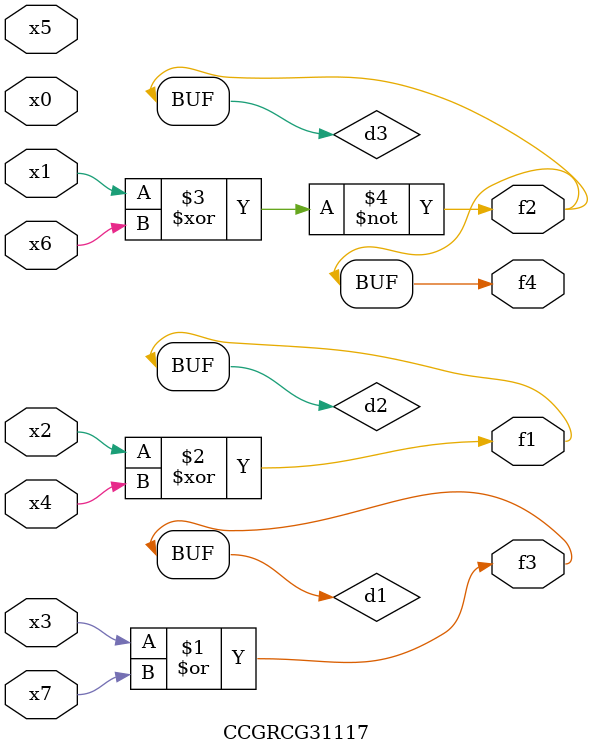
<source format=v>
module CCGRCG31117(
	input x0, x1, x2, x3, x4, x5, x6, x7,
	output f1, f2, f3, f4
);

	wire d1, d2, d3;

	or (d1, x3, x7);
	xor (d2, x2, x4);
	xnor (d3, x1, x6);
	assign f1 = d2;
	assign f2 = d3;
	assign f3 = d1;
	assign f4 = d3;
endmodule

</source>
